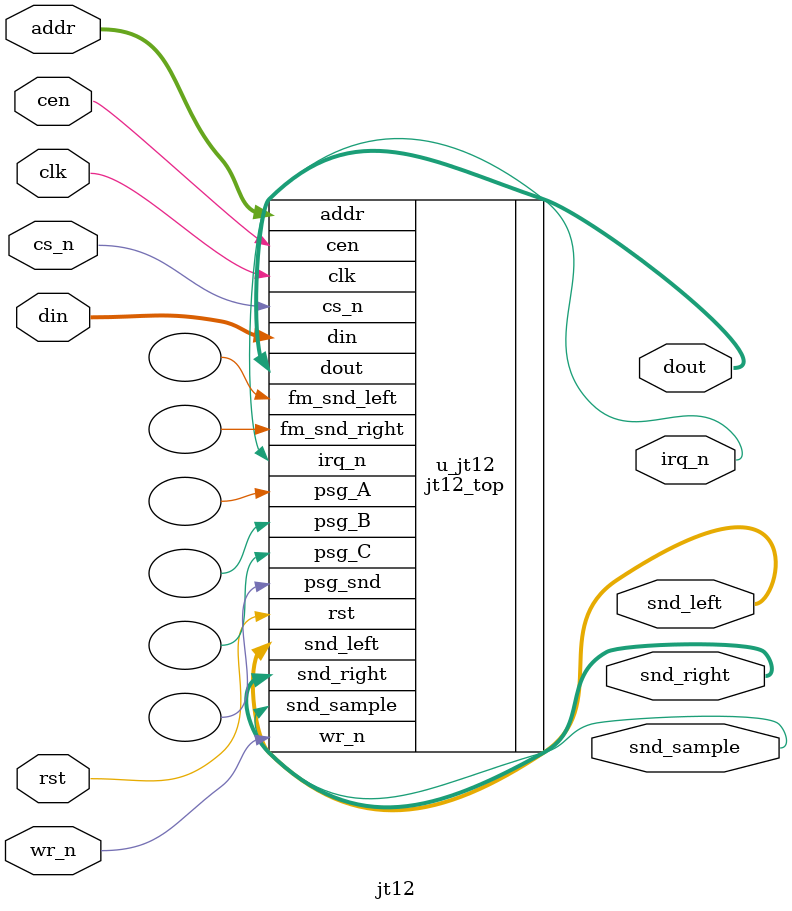
<source format=v>
/* This file is part of JT12.

 
    JT12 program is free software: you can redistribute it and/or modify
    it under the terms of the GNU General Public License as published by
    the Free Software Foundation, either version 3 of the License, or
    (at your option) any later version.

    JT12 program is distributed in the hope that it will be useful,
    but WITHOUT ANY WARRANTY; without even the implied warranty of
    MERCHANTABILITY or FITNESS FOR A PARTICULAR PURPOSE.  See the
    GNU General Public License for more details.

    You should have received a copy of the GNU General Public License
    along with JT12.  If not, see <http://www.gnu.org/licenses/>.

    Author: Jose Tejada Gomez. Twitter: @topapate
    Version: 1.0
    Date: 27-12-2018

*/

// Wrapper to output only combined channels. Defaults to YM2612 mode.

module jt12 (
    input           rst,        // rst should be at least 6 clk&cen cycles long
    input           clk,        // CPU clock
    input           cen,        // optional clock enable, it not needed leave as 1'b1
    input   [7:0]   din,
    input   [1:0]   addr,
    input           cs_n,
    input           wr_n,
    
    output  [7:0]   dout,
    output          irq_n,
    // combined output
    output  signed  [15:0]  snd_right,
    output  signed  [15:0]  snd_left,
    output          snd_sample
);

jt12_top u_jt12(
    .rst    ( rst   ),        // rst should be at least 6 clk&cen cycles long
    .clk    ( clk   ),        // CPU clock
    .cen    ( cen   ),        // optional clock enable, it not needed leave as 1'b1
    .din    ( din   ),
    .addr   ( addr  ),
    .cs_n   ( cs_n  ),
    .wr_n   ( wr_n  ),
    
    .dout   ( dout  ),  
    .irq_n  ( irq_n ), 
    // Separated output
    .psg_A          (),
    .psg_B          (),
    .psg_C          (),
    .fm_snd_left    (),
    .fm_snd_right   (),
    // combined output
    .psg_snd        (),
    .snd_right      ( snd_right     ), // FM+PSG
    .snd_left       ( snd_left      ),  // FM+PSG
    .snd_sample     ( snd_sample    )
);
endmodule // jt03
</source>
